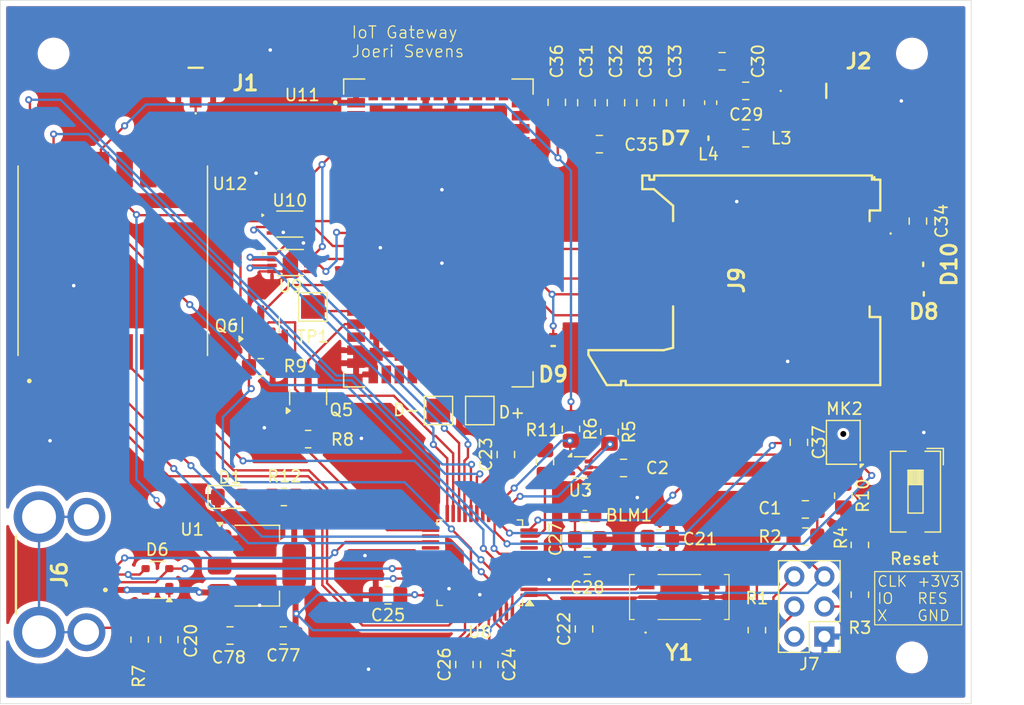
<source format=kicad_pcb>
(kicad_pcb (version 20240108) (generator "pcbnew") (generator_version "8.0")
  (layers (0 "F.Cu" signal) (31 "B.Cu" signal) (34 "B.Paste" user) (35 "F.Paste" user) (36 "B.SilkS" user "B.Silkscreen") (37 "F.SilkS" user "F.Silkscreen") (38 "B.Mask" user) (39 "F.Mask" user) (44 "Edge.Cuts" user))
  (net 0 "")
  (net 1 "Net-(U8-VDDANA)")
  (net 2 "+3V3")
  (net 3 "Net-(U8-~{RESET})")
  (net 4 "GND")
  (net 5 "Net-(D6-GND)")
  (net 6 "Net-(U8-PA01)")
  (net 7 "Net-(U8-PA00)")
  (net 8 "Net-(U8-VDDCORE)")
  (net 9 "Net-(C29-Pad1)")
  (net 10 "Net-(U11-ANT)")
  (net 11 "/SIM.V")
  (net 12 "USB_P")
  (net 13 "Net-(D1-A)")
  (net 14 "USB_N")
  (net 15 "Net-(D7-Pad2)")
  (net 16 "/SIM.CLK")
  (net 17 "/SIM.IO")
  (net 18 "/SIM.RST")
  (net 19 "USB_OTG")
  (net 20 "Net-(J7-Pin_4)")
  (net 21 "MIC_SD")
  (net 22 "MIC_SCK")
  (net 23 "MIC_WS")
  (net 24 "SRST")
  (net 25 "A_SRST")
  (net 26 "A_SPWR")
  (net 27 "SPWR")
  (net 28 "TMP_SDA")
  (net 29 "TMP_SCL")
  (net 30 "TMP_ALERT")
  (net 31 "Net-(U11-VUSB_DET)")
  (net 32 "Net-(U11-USB_D+)")
  (net 33 "Net-(U11-USB_D-)")
  (net 34 "LORA_MISO")
  (net 35 "LORA_SCK")
  (net 41 "LORA_D0")
  (net 42 "LORA_D1")
  (net 43 "LORA_MOSI")
  (net 46 "LORA_D2")
  (net 47 "A_RX")
  (net 49 "LORA_NSS")
  (net 51 "A_CTS")
  (net 52 "A_TX")
  (net 53 "A_RTS")
  (net 55 "LORA_RESET")
  (net 57 "SRXD")
  (net 58 "+1V8")
  (net 59 "SCTS")
  (net 60 "SRTS")
  (net 61 "STXD")
  (net 63 "DTR - GPIO1")
  (net 90 "Net-(J2-SIG)")
  (net 91 "Net-(J1-SIG)")
  (net 92 "Net-(SW1-B)")
  (net 93 "+5V")
  (net 94 "Net-(J7-Pin_6)")
  (net 95 "Net-(J7-Pin_3)")
  (footprint "Package_QFP:TQFP-48_7x7mm_P0.5mm" (layer "F.Cu") (at 123.5 103 180)
    (property "Reference" "U8")
    (property "Value" "ATSAMD21G18A-A")
  )
  (footprint "Sensor_Audio:InvenSense_ICS-43434-6_3.5x2.65mm" (layer "F.Cu") (at 154.2 92.836 180)
    (property "Reference" "MK2")
    (property "Value" "ICS-43434")
  )
  (footprint "Package_SO:VSSOP-8_2.3x2mm_P0.5mm" (layer "F.Cu") (at 107.5 77.65)
    (property "Reference" "U9")
    (property "Value" "74LVC2T45DC")
  )
  (footprint "Package_TO_SOT_SMD:SOT-143" (layer "F.Cu") (at 96.2725 104.45 180)
    (property "Reference" "D6")
    (property "Value" "PRTR5V0U2X")
  )
  (footprint "Capacitor_SMD:C_0805_2012Metric_Pad1.18x1.45mm_HandSolder" (layer "F.Cu") (at 160.5 74.15 90)
    (property "Reference" "C34")
    (property "Value" "100nF")
  )
  (footprint "Resistor_SMD:R_0805_2012Metric_Pad1.20x1.40mm_HandSolder" (layer "F.Cu") (at 94.7725 109.5 -90)
    (property "Reference" "R7")
    (property "Value" "1M2")
  )
  (footprint "Library:Antenna" (layer "F.Cu") (at 151.4625 63.15 -90)
    (property "Reference" "J2")
    (property "Value" "antenna" (hide yes))
  )
  (footprint "Capacitor_SMD:C_0603_1608Metric_Pad1.08x0.95mm_HandSolder" (layer "F.Cu") (at 132.3625 99.1 180)
    (property "Reference" "BLM1")
    (property "Value" "BLM18PG471")
  )
  (footprint "Capacitor_SMD:C_0805_2012Metric_Pad1.18x1.45mm_HandSolder" (layer "F.Cu") (at 106.9 109.15 180)
    (property "Reference" "C77")
    (property "Value" "47u")
  )
  (footprint "Capacitor_SMD:C_0805_2012Metric_Pad1.18x1.45mm_HandSolder" (layer "F.Cu") (at 135.6375 95)
    (property "Reference" "C2")
    (property "Value" "0.1u")
  )
  (footprint "Capacitor_SMD:C_0805_2012Metric_Pad1.18x1.45mm_HandSolder" (layer "F.Cu") (at 132.575 101.05)
    (property "Reference" "C27")
    (property "Value" "100nF")
  )
  (footprint "Library:XCVR_RFM95W-915S2" (layer "F.Cu") (at 92.5 77.5 90)
    (property "Reference" "U12")
    (property "Value" "RFM95W-915S2")
  )
  (footprint "Capacitor_SMD:C_0805_2012Metric_Pad1.18x1.45mm_HandSolder" (layer "F.Cu") (at 124.3 111.6 -90)
    (property "Reference" "C24")
    (property "Value" "100n")
  )
  (footprint "Package_TO_SOT_SMD:SOT-23" (layer "F.Cu") (at 105 82.9375 90)
    (property "Reference" "Q6")
    (property "Value" "2N7002")
  )
  (footprint "TestPoint:TestPoint_Pad_2.0x2.0mm" (layer "F.Cu") (at 123.5 90.15)
    (property "Reference" "D+")
    (property "Value" "TestPoint")
  )
  (footprint "Library:eigen_PESD0402-140" (layer "F.Cu") (at 160.95 77.8)
    (property "Reference" "D10")
    (property "Value" "PESD" (hide yes))
  )
  (footprint "Capacitor_SMD:C_0805_2012Metric_Pad1.18x1.45mm_HandSolder" (layer "F.Cu") (at 151 98.5 180)
    (property "Reference" "C1")
    (property "Value" "100n")
  )
  (footprint "Package_TO_SOT_SMD:SOT-563" (layer "F.Cu") (at 131.95 94.95)
    (property "Reference" "U3")
    (property "Value" "TMP102xxDRL")
  )
  (footprint "Library:SIM5051601800A" (layer "F.Cu") (at 145 79.15 -90)
    (property "Reference" "J9")
    (property "Value" "SIM_Card" (hide yes))
  )
  (footprint "LED_SMD:LED_0805_2012Metric_Pad1.15x1.40mm_HandSolder" (layer "F.Cu") (at 102.4 97.45)
    (property "Reference" "D1")
    (property "Value" "LED")
  )
  (footprint "Capacitor_SMD:C_0805_2012Metric_Pad1.18x1.45mm_HandSolder" (layer "F.Cu") (at 137.5 64.15 -90)
    (property "Reference" "C38")
    (property "Value" "100uF")
  )
  (footprint "Capacitor_SMD:C_0805_2012Metric_Pad1.18x1.45mm_HandSolder" (layer "F.Cu") (at 135 64.15 -90)
    (property "Reference" "C32")
    (property "Value" "68p")
  )
  (footprint "Resistor_SMD:R_0805_2012Metric_Pad1.20x1.40mm_HandSolder" (layer "F.Cu") (at 131.2 91.7 -90)
    (property "Reference" "R6")
    (property "Value" "5k")
  )
  (footprint "Library:eigen_PESD0402-140" (layer "F.Cu") (at 142.8125 67.15)
    (property "Reference" "D7")
    (property "Value" "PESD" (hide yes))
  )
  (footprint "Library:XCVR_SARA-R410M-02B" (layer "F.Cu") (at 120 75.15)
    (property "Reference" "U11")
    (property "Value" "SARA-R410M-02B")
  )
  (footprint "Package_TO_SOT_SMD:SOT-223-3_TabPin2" (layer "F.Cu") (at 104.6725 103.25)
    (property "Reference" "U1")
    (property "Value" "AMS1117-3.3")
  )
  (footprint "Capacitor_SMD:C_0805_2012Metric_Pad1.18x1.45mm_HandSolder" (layer "F.Cu") (at 102.4 109.15)
    (property "Reference" "C78")
    (property "Value" "10u")
  )
  (footprint "Library:Antenna" (layer "F.Cu") (at 99.5 62.5)
    (property "Reference" "J1")
    (property "Value" "antenna" (hide yes))
  )
  (footprint "Library:21344412" (layer "F.Cu") (at 86.2725 104 -90)
    (property "Reference" "J6")
    (property "Value" "USB_B_Micro" (hide yes))
  )
  (footprint "Capacitor_SMD:C_0805_2012Metric_Pad1.18x1.45mm_HandSolder" (layer "F.Cu") (at 122.2 111.6 90)
    (property "Reference" "C26")
    (property "Value" "1u")
  )
  (footprint "Capacitor_SMD:C_0805_2012Metric_Pad1.18x1.45mm_HandSolder" (layer "F.Cu") (at 143.9625 60.65)
    (property "Reference" "C30")
    (property "Value" "15p")
  )
  (footprint "Resistor_SMD:R_0805_2012Metric_Pad1.20x1.40mm_HandSolder" (layer "F.Cu") (at 151 100.8)
    (property "Reference" "R2")
    (property "Value" "10k")
  )
  (footprint "Capacitor_SMD:C_0805_2012Metric_Pad1.18x1.45mm_HandSolder" (layer "F.Cu") (at 132.575 103.25)
    (property "Reference" "C28")
    (property "Value" "4u7F")
  )
  (footprint "Capacitor_SMD:C_0805_2012Metric_Pad1.18x1.45mm_HandSolder" (layer "F.Cu") (at 150.44925 92.836 -90)
    (property "Reference" "C37")
    (property "Value" "0.1u" (hide yes))
  )
  (footprint "Capacitor_SMD:C_0805_2012Metric_Pad1.18x1.45mm_HandSolder" (layer "F.Cu") (at 130 64.1125 -90)
    (property "Reference" "C36")
    (property "Value" "10u")
  )
  (footprint "Capacitor_SMD:C_0805_2012Metric_Pad1.18x1.45mm_HandSolder" (layer "F.Cu") (at 132.5 64.15 -90)
    (property "Reference" "C31")
    (property "Value" "15p")
  )
  (footprint "Resistor_SMD:R_0805_2012Metric_Pad1.20x1.40mm_HandSolder" (layer "F.Cu") (at 155.6 105.7 90)
    (property "Reference" "R3")
    (property "Value" "39")
  )
  (footprint "MountingHole:MountingHole_2.2mm_M2" (layer "F.Cu") (at 87.5 60)
    (property "Reference" "REF**" (hide yes))
    (property "Value" "MountingHole_2.2mm_M2" (hide yes))
  )
  (footprint "Capacitor_SMD:C_0805_2012Metric_Pad1.18x1.45mm_HandSolder" (layer "F.Cu") (at 115.75 105.75 180)
    (property "Reference" "C25")
    (property "Value" "100n")
  )
  (footprint "Resistor_SMD:R_0805_2012Metric_Pad1.20x1.40mm_HandSolder" (layer "F.Cu") (at 106.95 97.45 180)
    (property "Reference" "R12")
    (property "Value" "1k")
  )
  (footprint "Capacitor_SMD:C_0805_2012Metric_Pad1.18x1.45mm_HandSolder" (layer "F.Cu") (at 97.2725 109.5 -90)
    (property "Reference" "C20")
    (property "Value" "4n7")
  )
  (footprint "Capacitor_SMD:C_0805_2012Metric_Pad1.18x1.45mm_HandSolder" (layer "F.Cu") (at 140 64.15 -90)
    (property "Reference" "C33")
    (property "Value" "10n")
  )
  (footprint "Resistor_SMD:R_0805_2012Metric_Pad1.20x1.40mm_HandSolder" (layer "F.Cu") (at 109 92.5625)
    (property "Reference" "R8")
    (property "Value" "1M2")
  )
  (footprint "Library:ABS2532768KHZT" (layer "F.Cu") (at 140.35 105.9)
    (property "Reference" "Y1")
    (property "Value" "ABS25-32.768KHZ-T" (hide yes))
  )
  (footprint "Capacitor_SMD:C_0603_1608Metric_Pad1.08x0.95mm_HandSolder" (layer "F.Cu") (at 143 64.15 90)
    (property "Reference" "L4")
    (property "Value" "39nH")
  )
  (footprint "Capacitor_SMD:C_0805_2012Metric_Pad1.18x1.45mm_HandSolder" (layer "F.Cu") (at 138.7 100.95 180)
    (property "Reference" "C21")
    (property "Value" "12.5pF")
  )
  (footprint "TestPoint:TestPoint_Pad_2.0x2.0mm" (layer "F.Cu") (at 109.4 81.4)
    (property "Reference" "TP1")
    (property "Value" "TestPoint")
  )
  (footprint "Resistor_SMD:R_0805_2012Metric_Pad1.20x1.40mm_HandSolder" (layer "F.Cu") (at 105 86.5)
    (property "Reference" "R9")
    (property "Value" "1M2")
  )
  (footprint "Resistor_SMD:R_0805_2012Metric_Pad1.20x1.40mm_HandSolder" (layer "F.Cu") (at 134.45 91.95 -90)
    (property "Reference" "R5")
    (property "Value" "5k")
  )
  (footprint "TestPoint:TestPoint_Pad_2.0x2.0mm" (layer "F.Cu") (at 120 90.15)
    (property "Reference" "D-")
    (property "Value" "TestPoint")
  )
  (footprint "Library:eigen_PESD0402-140" (layer "F.Cu") (at 161 80.3)
    (property "Reference" "D8")
    (property "Value" "PESD" (hide yes))
  )
  (footprint "Resistor_SMD:R_0805_2012Metric_Pad1.20x1.40mm_HandSolder" (layer "F.Cu") (at 129 94.5 -90)
    (property "Reference" "R11")
    (property "Value" "5k")
  )
  (footprint "Capacitor_SMD:C_0805_2012Metric_Pad1.18x1.45mm_HandSolder" (layer "F.Cu") (at 133.6 67.65 180)
    (property "Reference" "C35")
    (property "Value" "100n")
  )
  (footprint "Package_SO:VSSOP-8_2.3x2mm_P0.5mm" (layer "F.Cu") (at 107.45 74.4)
    (property "Reference" "U10")
    (property "Value" "74LVC2T45DC")
  )
  (footprint "Connector_PinHeader_2.54mm:PinHeader_2x03_P2.54mm_Vertical" (layer "F.Cu") (at 152.6 109.24 180)
    (property "Reference" "J7")
    (property "Value" "Conn_02x03")
  )
  (footprint "Capacitor_SMD:C_0805_2012Metric_Pad1.18x1.45mm_HandSolder" (layer "F.Cu") (at 145.9625 63.15)
    (property "Reference" "C29")
    (property "Value" "33p")
  )
  (footprint "Library:eigen_PESD0402-140" (layer "F.Cu") (at 129.7 84.7 -90)
    (property "Reference" "D9")
    (property "Value" "PESD" (hide yes))
  )
  (footprint "Capacitor_SMD:C_0805_2012Metric_Pad1.18x1.45mm_HandSolder" (layer "F.Cu") (at 132.3 108.6 90)
    (property "Reference" "C22")
    (property "Value" "12.5pF")
  )
  (footprint "Resistor_SMD:R_0805_2012Metric_Pad1.20x1.40mm_HandSolder" (layer "F.Cu") (at 154.2 97.336 -90)
    (property "Reference" "R10")
    (property "Value" "100K")
  )
  (footprint "Button_Switch_SMD:SW_DIP_SPSTx01_Slide_6.7x4.1mm_W6.73mm_P2.54mm_LowProfile_JPin" (layer "F.Cu") (at 160.3 97 -90)
    (property "Reference" "Reset")
    (property "Value" "SW_MEC_5G")
  )
  (footprint "Resistor_SMD:R_0805_2012Metric_Pad1.20x1.40mm_HandSolder" (layer "F.Cu") (at 146.9 108.7 -90)
    (property "Reference" "R1")
    (property "Value" "1k")
  )
  (footprint "Resistor_SMD:R_0805_2012Metric_Pad1.20x1.40mm_HandSolder" (layer "F.Cu") (at 155.6 101.5 90)
    (property "Reference" "R4")
    (property "Value" "330")
  )
  (footprint "MountingHole:MountingHole_2.2mm_M2" (layer "F.Cu") (at 160 111)
    (property "Reference" "REF**" (hide yes))
    (property "Value" "MountingHole_2.2mm_M2")
  )
  (footprint "Capacitor_SMD:C_0805_2012Metric_Pad1.18x1.45mm_HandSolder" (layer "F.Cu") (at 145.9625 67.15)
    (property "Reference" "L3")
    (property "Value" "68nH")
  )
  (footprint "Capacitor_SMD:C_0805_2012Metric_Pad1.18x1.45mm_HandSolder" (layer "F.Cu") (at 125.7 93.8625 90)
    (property "Reference" "C23")
    (property "Value" "100n")
  )
  (footprint "MountingHole:MountingHole_2.2mm_M2" (layer "F.Cu") (at 160 60)
    (property "Reference" "REF**" (hide yes))
    (property "Value" "MountingHole_2.2mm_M2")
  )
  (footprint "Package_TO_SOT_SMD:SOT-23" (layer "F.Cu") (at 109 89 90)
    (property "Reference" "Q5")
    (property "Value" "2N7002")
  )
  (gr_rect (start 156.85 103.75) (end 164.2 108.25) (stroke (width 0.1)) (fill none) (layer "F.SilkS"))
  (gr_rect (start 83 55.5) (end 165 114.9) (stroke (width 0.05)) (fill none) (layer "Edge.Cuts"))
  (gr_text "CLK	+3V3\nIO	RES\nX	GND" (at 157 108 0) (layer "F.SilkS") (effects (font (size 0.9 0.9) (thickness 0.1)) (justify left bottom)))
  (gr_text "IoT Gateway\nJoeri Sevens\n" (at 112.6 60.4 0) (layer "F.SilkS") (effects (font (size 1 1) (thickness 0.1)) (justify left bottom)))
  (segment (start 129.230761 103.25) (end 131.5375 103.25) (width 0.2) (layer "F.Cu") (net 1))
  (segment (start 131.4375 103.35) (end 131.5375 103.25) (width 0.2) (layer "F.Cu") (net 1))
  (segment (start 127.6625 103.25) (end 129.230761 103.25) (width 0.2) (layer "F.Cu") (net 1))
  (segment (start 131.5375 103.25) (end 131.5375 99.1375) (width 0.2) (layer "F.Cu") (net 1))
  (segment (start 131.5375 99.1375) (end 131.5 99.1) (width 0.2) (layer "F.Cu") (net 1))
  (segment (start 91.5 68.1) (end 93.5 66.1) (width 0.2) (layer "F.Cu") (net 2))
  (segment (start 107.8225 103.25) (end 101.5225 103.25) (width 0.5) (layer "F.Cu") (net 2))
  (segment (start 132.5625 65.25) (end 132.5 65.1875) (width 0.2) (layer "F.Cu") (net 2))
  (segment (start 138.7235 93.8735) (end 137.725 92.875) (width 0.2) (layer "F.Cu") (net 2))
  (segment (start 119.3375 105.75) (end 118.05 105.75) (width 0.2) (layer "F.Cu") (net 2))
  (segment (start 129 92.9) (end 131.2 90.7) (width 0.2) (layer "F.Cu") (net 2))
  (segment (start 126.95 64.15) (end 126.95 66.35) (width 0.2) (layer "F.Cu") (net 2))
  (segment (start 127.0125 65.1875) (end 126.95 65.25) (width 0.2) (layer "F.Cu") (net 2))
  (segment (start 124.25 96.3875) (end 125 95.6375) (width 0.2) (layer "F.Cu") (net 2))
  (segment (start 109 75.15) (end 108.1 75.15) (width 0.2) (layer "F.Cu") (net 2))
  (segment (start 140 65.1875) (end 127.0125 65.1875) (width 0.2) (layer "F.Cu") (net 2))
  (segment (start 130.1 68.8) (end 130 68.8) (width 0.2) (layer "F.Cu") (net 2))
  (segment (start 105.95 76.9) (end 106.35 76.9) (width 0.2) (layer "F.Cu") (net 2))
  (segment (start 130 65.15) (end 130.1 68.8) (width 0.2) (layer "F.Cu") (net 2))
  (segment (start 134.45 90.95) (end 135.8 90.95) (width 0.2) (layer "F.Cu") (net 2))
  (segment (start 118 105.7) (end 117.95 105.75) (width 0.2) (layer "F.Cu") (net 2))
  (segment (start 134.6 97.725) (end 133.225 99.1) (width 0.2) (layer "F.Cu") (net 2))
  (segment (start 108.1 75.15) (end 106.6 73.65) (width 0.2) (layer "F.Cu") (net 2))
  (segment (start 146.9 103.9) (end 150 100.8) (width 0.2) (layer "F.Cu") (net 2))
  (segment (start 106.35 76.9) (end 108.1 75.15) (width 0.2) (layer "F.Cu") (net 2))
  (segment (start 131.2 90.7) (end 131.2 89.4) (width 0.2) (layer "F.Cu") (net 2))
  (segment (start 94.5 73.6) (end 91.5 70.6) (width 0.2) (layer "F.Cu") (net 2))
  (segment (start 132.5625 67.65) (end 132.5625 65.25) (width 0.2) (layer "F.Cu") (net 2))
  (segment (start 129 93.5) (end 129 92.9) (width 0.2) (layer "F.Cu") (net 2))
  (segment (start 118.05 105.75) (end 118 105.7) (width 0.2) (layer "F.Cu") (net 2))
  (segment (start 91.5 69.8) (end 91.5 68.1) (width 0.2) (layer "F.Cu") (net 2))
  (segment (start 137.725 92.875) (end 136.4 91.55) (width 0.2) (layer "F.Cu") (net 2))
  (segment (start 150 101.56) (end 152.6 104.16) (width 0.2) (layer "F.Cu") (net 2))
  (segment (start 124.25 107.1625) (end 124.25 108.65) (width 0.2) (layer "F.Cu") (net 2))
  (segment (start 135.8 90.95) (end 136.4 91.55) (width 0.2) (layer "F.Cu") (net 2))
  (segment (start 107.9375 103.365) (end 107.8225 103.25) (width 0.2) (layer "F.Cu") (net 2))
  (segment (start 107.9375 109.15) (end 107.9375 103.365) (width 0.5) (layer "F.Cu") (net 2))
  (segment (start 127.1375 93.5) (end 125 95.6375) (width 0.2) (layer "F.Cu") (net 2))
  (segment (start 105.9 73.65) (end 94.55 73.65) (width 0.2) (layer "F.Cu") (net 2))
  (segment (start 124.25 108.65) (end 124.2 108.7) (width 0.2) (layer "F.Cu") (net 2))
  (segment (start 134.45 90.95) (end 131.45 90.95) (width 0.2) (layer "F.Cu") (net 2))
  (segment (start 150.77575 94.2) (end 153.3 94.2) (width 0.2) (layer "F.Cu") (net 2))
  (segment (start 150.44925 93.8735) (end 150.77575 94.2) (width 0.2) (layer "F.Cu") (net 2))
  (segment (start 96.199998 97.927498) (end 96.199998 97.7) (width 0.2) (layer "F.Cu") (net 2))
  (segment (start 124.3 108.8) (end 124.2 108.7) (width 0.2) (layer "F.Cu") (net 2))
  (segment (start 106.6 73.65) (end 105.9 73.65) (width 0.2) (layer "F.Cu") (net 2))
  (segment (start 134.4125 94.95) (end 134.45 94.9125) (width 0.2) (layer "F.Cu") (net 2))
  (segment (start 94.55 73.65) (end 94.5 73.6) (width 0.2) (layer "F.Cu") (net 2))
  (segment (start 91.5 70.6) (end 91.5 69.8) (width 0.2) (layer "F.Cu") (net 2))
  (segment (start 107.8225 97.5775) (end 107.95 97.45) (width 0.2) (layer "F.Cu") (net 2))
  (segment (start 107.8225 103.25) (end 107.8225 97.5775) (width 0.5) (layer "F.Cu") (net 2))
  (segment (start 132.7 94.95) (end 134.4125 94.95) (width 0.2) (layer "F.Cu") (net 2))
  (segment (start 146.9 107.7) (end 146.9 103.9) (width 0.2) (layer "F.Cu") (net 2))
  (segment (start 134.6 95) (end 134.6 97.725) (width 0.2) (layer "F.Cu") (net 2))
  (segment (start 124.3 110.5625) (end 124.3 108.8) (width 0.2) (layer "F.Cu") (net 2))
  (segment (start 136.4 93.35) (end 134.8375 94.9125) (width 0.2) (layer "F.Cu") (net 2))
  (segment (start 131.45 90.95) (end 131.2 90.7) (width 0.2) (layer "F.Cu") (net 2))
  (segment (start 117.95 105.75) (end 116.7875 105.75) (width 0.2) (layer "F.Cu") (net 2))
  (segment (start 124.25 98.8375) (end 124.25 96.3875) (width 0.2) (layer "F.Cu") (net 2))
  (segment (start 129 93.5) (end 127.1375 93.5) (width 0.2) (layer "F.Cu") (net 2))
  (segment (start 134.8375 94.9125) (end 134.45 94.9125) (width 0.2) (layer "F.Cu") (net 2))
  (segment (start 101.5225 103.25) (end 96.199998 97.927498) (width 0.2) (layer "F.Cu") (net 2))
  (segment (start 150.44925 93.8735) (end 138.7235 93.8735) (width 0.2) (layer "F.Cu") (net 2))
  (segment (start 150 100.8) (end 150 101.56) (width 0.2) (layer "F.Cu") (net 2))
  (segment (start 136.4 91.55) (end 136.4 93.35) (width 0.2) (layer "F.Cu") (net 2))
  (via (at 96.199998 97.7) (size 0.5) (drill 0.3) (layers "F.Cu" "B.Cu") (net 2))
  (via (at 130.1 68.8) (size 0.6) (drill 0.3) (layers "F.Cu" "B.Cu") (net 2))
  (via (at 93.5 66.1) (size 0.6) (drill 0.3) (layers "F.Cu" "B.Cu") (net 2))
  (via (at 94.5 73.6) (size 0.6) (drill 0.3) (layers "F.Cu" "B.Cu") (net 2))
  (via (at 108 107.3) (size 0.6) (drill 0.3) (layers "F.Cu" "B.Cu") (net 2))
  (via (at 124.2 108.7) (size 0.6) (drill 0.3) (layers "F.Cu" "B.Cu") (net 2))
  (via (at 118 105.7) (size 0.6) (drill 0.3) (layers "F.Cu" "B.Cu") (net 2))
  (via (at 131.2 89.4) (size 0.6) (drill 0.3) (layers "F.Cu" "B.Cu") (net 2))
  (segment (start 125.6 64.3) (end 95.3 64.3) (width 0.2) (layer "B.Cu") (net 2))
  (segment (start 94.5 96.000002) (end 96.199998 97.7) (width 0.2) (layer "B.Cu") (net 2))
  (segment (start 108.2 107.3) (end 109.8 105.7) (width 0.2) (layer "B.Cu") (net 2))
  (segment (start 95.3 64.3) (end 93.5 66.1) (width 0.2) (layer "B.Cu") (net 2))
  (segment (start 108 107.3) (end 107.9375 107.3) (width 0.2) (layer "B.Cu") (net 2))
  (segment (start 130.1 68.8) (end 125.6 64.3) (width 0.2) (layer "B.Cu") (net 2))
  (segment (start 151.21 105.55) (end 127.35 105.55) (width 0.2) (layer "B.Cu") (net 2))
  (segment (start 94.5 73.6) (end 94.5 96.000002) (width 0.2) (layer "B.Cu") (net 2))
  (segment (start 108 107.3) (end 108.2 107.3) (width 0.2) (layer "B.Cu") (net 2))
  (segment (start 152.6 104.16) (end 151.21 105.55) (width 0.2) (layer "B.Cu") (net 2))
  (segment (start 124.2 108.7) (end 109.4 108.7) (width 0.2) (layer "B.Cu") (net 2))
  (segment (start 109.4 108.7) (end 108 107.3) (width 0.2) (layer "B.Cu") (net 2))
  (segment (start 131.2 69.9) (end 130.1 68.8) (width 0.2) (layer "B.Cu") (net 2))
  (segment (start 131.2 89.4) (end 131.2 69.9) (width 0.2) (layer "B.Cu") (net 2))
  (segment (start 127.35 105.55) (end 124.2 108.7) (width 0.2) (layer "B.Cu") (net 2))
  (segment (start 109.8 105.7) (end 118 105.7) (width 0.2) (layer "B.Cu") (net 2))
  (segment (start 121.1 111.059744) (end 121.740256 111.7) (width 0.2) (layer "F.Cu") (net 3))
  (segment (start 121.1 110.016724) (end 121.1 111.059744) (width 0.2) (layer "F.Cu") (net 3))
  (segment (start 153.7 102.5) (end 152 100.8) (width 0.2) (layer "F.Cu") (net 3))
  (segment (start 153.8 111.7) (end 156.8 108.7) (width 0.2) (layer "F.Cu") (net 3))
  (segment (start 122.25 107.1625) (end 122.25 108.866724) (width 0.2) (layer "F.Cu") (net 3))
  (segment (start 122.25 108.866724) (end 121.1 110.016724) (width 0.2) (layer "F.Cu") (net 3))
  (segment (start 152 98.5375) (end 152.0375 98.5) (width 0.2) (layer "F.Cu") (net 3))
  (segment (start 155.6 102.5) (end 153.7 102.5) (width 0.2) (layer "F.Cu") (net 3))
  (segment (start 156.8 105.9) (end 155.6 104.7) (width 0.2) (layer "F.Cu") (net 3))
  (segment (start 152 100.8) (end 152 98.5375) (width 0.2) (layer "F.Cu") (net 3))
  (segment (start 121.740256 111.7) (end 153.8 111.7) (width 0.2) (layer "F.Cu") (net 3))
  (segment (start 155.6 104.7) (end 155.6 102.5) (width 0.2) (layer "F.Cu") (net 3))
  (segment (start 156.8 108.7) (end 156.8 105.9) (width 0.2) (layer "F.Cu") (net 3))
  (segment (start 114.7 68.55) (end 114.75 68.5) (width 0.2) (layer "F.Cu") (net 4))
  (segment (start 113.05 66.35) (end 110.55 66.35) (width 0.2) (layer "F.Cu") (net 4))
  (segment (start 127.6625 103.75) (end 128.677055 103.75) (width 0.2) (layer "F.Cu") (net 4))
  (segment (start 131.803172 94.95) (end 132.303172 95.45) (width 0.2) (layer "F.Cu") (net 4))
  (segment (start 114.75 68.5) (end 116.4 68.5) (width 0.2) (layer "F.Cu") (net 4))
  (segment (start 119.3375 105.25) (end 120.85 105.25) (width 0.2) (layer "F.Cu") (net 4))
  (segment (start 123.25 107.1625) (end 123.25 105.95) (width 0.2) (layer "F.Cu") (net 4))
  (segment (start 131.2 94.95) (end 131.803172 94.95) (width 0.2) (layer "F.Cu") (net 4))
  (segment (start 109.05 78.4) (end 105.95 78.4) (width 0.2) (layer "F.Cu") (net 4))
  (segment (start 123.25 105.95) (end 123.5 105.7) (width 0.2) (layer "F.Cu") (net 4))
  (segment (start 113.05 78.45) (end 114.5 78.45) (width 0.8) (layer "F.Cu") (net 4))
  (segment (start 114.5 87.1) (end 114.5 85.65) (width 0.7) (layer "F.Cu") (net 4))
  (segment (start 123.75 98.8375) (end 123.75 96.25) (width 0.2) (layer "F.Cu") (net 4))
  (segment (start 113.4 85.4) (end 113.05 85.05) (width 0.7) (layer "F.Cu") (net 4))
  (segment (start 114.5 78.45) (end 114.75 78.2) (width 0.7) (layer "F.Cu") (net 4))
  (segment (start 126.3 67.45) (end 125.25 68.5) (width 0.4) (layer "F.Cu") (net 4))
  (segment (start 105.95 78.4) (end 105.95 78.85) (width 0.2) (layer "F.Cu") (net 4))
  (segment (start 114.75 78.2) (end 114.75 76.75) (width 0.7) (layer "F.Cu") (net 4))
  (segment (start 155.1 93.378) (end 156.222 93.378) (width 0.2) (layer "F.Cu") (net 4))
  (segment (start 109.95 89.9375) (end 109.95 92.5125) (width 0.2) (layer "F.Cu") (net 4))
  (segment (start 123.75 96.25) (end 124.4 95.6) (width 0.2) (layer "F.Cu") (net 4))
  (segment (start 126.95 67.45) (end 126 67.45) (width 0.7) (layer "F.Cu") (net 4))
  (segment (start 114.5 85.65) (end 114.75 85.4) (width 0.2) (layer "F.Cu") (net 4))
  (segment (start 113.05 86.15) (end 114 86.15) (width 0.7) (layer "F.Cu") (net 4))
  (segment (start 132.7 95.45) (end 132.7 96.4) (width 0.2) (layer "F.Cu") (net 4))
  (segment (start 105.95 78.4) (end 104.9 78.4) (width 0.2) (layer "F.Cu") (net 4))
  (segment (start 116.4 68.5) (end 116.6 68.7) (width 0.2) (layer "F.Cu") (net 4))
  (segment (start 114.75 76.75) (end 115.1 76.4) (width 0.7) (layer "F.Cu") (net 4))
  (segment (start 132.303172 95.45) (end 132.7 95.45) (width 0.2) (layer "F.Cu") (net 4))
  (segment (start 114.4 66.35) (end 114.75 66.7) (width 0.2) (layer "F.Cu") (net 4))
  (segment (start 104.9 78.4) (end 104.8 78.5) (width 0.2) (layer "F.Cu") (net 4))
  (segment (start 120.85 105.25) (end 120.9 105.2) (width 0.2) (layer "F.Cu") (net 4))
  (segment (start 128.677055 103.75) (end 129.357648 104.430593) (width 0.2) (layer "F.Cu") (net 4))
  (segment (start 126 67.45) (end 125.25 66.7) (width 0.7) (layer "F.Cu") (net 4))
  (segment (start 156.222 93.378) (end 156.4 93.2) (width 0.2) (layer "F.Cu") (net 4))
  (segment (start 124.4 95.6) (end 124.4 94.3) (width 0.2) (layer "F.Cu") (net 4))
  (segment (start 105.95 83.875) (end 105.95 86.45) (width 0.2) (layer "F.Cu") (net 4))
  (segment (start 153.2985 91.7985) (end 153.6 92.1) (width 0.2) (layer "F.Cu") (net 4))
  (segment (start 105.9 75.15) (end 106.85 75.15) (width 0.2) (layer "F.Cu") (net 4))
  (segment (start 110.55 66.35) (end 110.5 66.3) (width 0.2) (layer "F.Cu") (net 4))
  (segment (start 124.4 94.3) (end 124.2 94.1) (width 0.2) (layer "F.Cu") (net 4))
  (segment (start 113.05 68.55) (end 114.7 68.55) (width 0.2) (layer "F.Cu") (net 4))
  (segment (start 105.95 78.85) (end 106 78.9) (width 0.2) (layer "F.Cu") (net 4))
  (segment (start 105.95 86.45) (end 106 86.5) (width 0.2) (layer "F.Cu") (net 4))
  (segment (start 126.95 67.45) (end 126.3 67.45) (width 0.2) (layer "F.Cu") (net 4))
  (segment (start 109.95 92.5125) (end 110 92.5625) (width 0.2) (layer "F.Cu") (net 4))
  (segment (start 113.05 66.35) (end 114.4 66.35) (width 0.2) (layer "F.Cu") (net 4))
  (segment (start 124.4 63.2) (end 125.5 63.2) (width 1) (layer "F.Cu") (net 4))
  (segment (start 151.2 91.7985) (end 153.2985 91.7985) (width 0.2) (layer "F.Cu") (net 4))
  (segment (start 114 86.15) (end 114.75 85.4) (width 0.7) (layer "F.Cu") (net 4))
  (segment (start 106.85 75.15) (end 106.9 75.1) (width 0.2) (layer "F.Cu") (net 4))
  (segment (start 114.75 85.4) (end 113.4 85.4) (width 0.7) (layer "F.Cu") (net 4))
  (via (at 136.8 97.5) (size 0.5) (drill 0.3) (layers "F.Cu" "B.Cu") (net 4))
  (via (at 159.1 64) (size 0.5) (drill 0.3) (layers "F.Cu" "B.Cu") (net 4))
  (via (at 87.2 92.7) (size 0.5) (drill 0.3) (layers "F.Cu" "B.Cu") (net 4))
  (via (at 149.5 86) (size 0.5) (drill 0.3) (layers "F.Cu" "B.Cu") (net 4))
  (via (at 120.3 77.7) (size 0.5) (drill 0.3) (layers "F.Cu" "B.Cu") (net 4))
  (via (at 104.9 106.6) (size 0.5) (drill 0.3) (layers "F.Cu" "B.Cu") (net 4))
  (via (at 123.5 105.7) (size 0.6) (drill 0.3) (layers "F.Cu" "B.Cu") (net 4))
  (via (at 132.7 97.2) (size 0.6) (drill 0.3) (layers "F.Cu" "B.Cu") (net 4))
  (via (at 114.1 112) (size 0.5) (drill 0.3) (layers "F.Cu" "B.Cu") (net 4))
  (via (at 161 92) (size 0.5) (drill 0.3) (layers "F.Cu" "B.Cu") (net 4))
  (via (at 115.1 76.4) (size 0.6) (drill 0.3) (layers "F.Cu" "B.Cu") (net 4))
  (via (at 89.2 79.6) (size 0.5) (drill 0.3) (layers "F.Cu" "B.Cu") (net 4))
  (via (at 129.357648 104.430593) (size 0.6) (drill 0.3) (layers "F.Cu" "B.Cu") (net 4))
  (via (at 113.8 102.4) (size 0.5) (drill 0.3) (layers "F.Cu" "B.Cu") (net 4))
  (via (at 120.3 71.5) (size 0.5) (drill 0.3) (layers "F.Cu" "B.Cu") (net 4))
  (via (at 105.3 91.6) (size 0.5) (drill 0.3) (layers "F.Cu" "B.Cu") (net 4))
  (via (at 104.6 70.1) (size 0.5) (drill 0.3) (layers "F.Cu" "B.Cu") (net 4))
  (via (at 145.2 72.5) (size 0.5) (drill 0.3) (layers "F.Cu" "B.Cu") (net 4))
  (via (at 120.9 105.2) (size 0.6) (drill 0.3) (layers "F.Cu" "B.Cu") (net 4))
  (via (at 105.8 59.7) (size 0.5) (drill 0.3) (layers "F.Cu" "B.Cu") (net 4))
  (via (at 113.5 92.5) (size 0.5) (drill 0.3) (layers "F.Cu" "B.Cu") (net 4))
  (via (at 106.9 75.1) (size 0.6) (drill 0.3) (layers "F.Cu" "B.Cu") (net 4))
  (via (at 102.871462 82.861413) (size 0.6) (drill 0.3) (layers "F.Cu" "B.Cu") (net 4))
  (via (at 108.6 76) (size 0.6) (drill 0.3) (layers "F.Cu" "B.Cu") (net 4))
  (segment (start 94.7725 108.5) (end 90.6475 108.5) (width 0.2) (layer "F.Cu") (net 5))
  (segment (start 90.6475 108.5) (end 90.2725 108.875) (width 0.2) (layer "F.Cu") (net 5))
  (segment (start 97.2725 105.2) (end 97.2725 108.4625) (width 0.2) (layer "F.Cu") (net 5))
  (segment (start 94.81 108.4625) (end 94.7725 108.5) (width 0.2) (layer "F.Cu") (net 5))
  (segment (start 97.2725 108.4625) (end 94.81 108.4625) (width 0.2) (layer "F.Cu") (net 5))
  (segment (start 86.2725 108.875) (end 90.2725 108.875) (width 0.2) (layer "B.Cu") (net 5))
  (segment (start 86.2725 99.125) (end 86.2725 108.875) (width 0.2) (layer "B.Cu") (net 5))
  (segment (start 90.2725 99.125) (end 86.2725 99.125) (width 0.2) (layer "B.Cu") (net 5))
  (segment (start 137.6625 100.95) (end 137.6625 104.2375) (width 0.2) (layer "F.Cu") (net 6))
  (segment (start 127.6625 105.25) (end 136.65 105.25) (width 0.2) (layer "F.Cu") (net 6))
  (segment (start 136.65 105.25) (end 137.6 104.3) (width 0.2) (layer "F.Cu") (net 6))
  (segment (start 137.6625 104.2375) (end 137.6 104.3) (width 0.2) (layer "F.Cu") (net 6))
  (segment (start 137.6125 107.5125) (end 137.6 107.5) (width 0.2) (layer "F.Cu") (net 7))
  (segment (start 129.15 105.75) (end 130.9 107.5) (width 0.2) (layer "F.Cu") (net 7))
  (segment (start 127.6625 105.75) (end 129.15 105.75) (width 0.2) (layer "F.Cu") (net 7))
  (segment (start 137.6 107.5) (end 130.9 107.5) (width 0.2) (layer "F.Cu") (net 7))
  (segment (start 122.2 109.48241) (end 123.75 107.93241) (width 0.2) (layer "F.Cu") (net 8))
  (segment (start 122.2 110.5625) (end 122.2 109.48241) (width 0.2) (layer "F.Cu") (net 8))
  (segment (start 123.75 107.93241) (end 123.75 107.1625) (width 0.2) (layer "F.Cu") (net 8))
  (segment (start 143 63.2875) (end 144.7875 63.2875) (width 0.2) (layer "F.Cu") (net 9))
  (segment (start 145 60.65) (end 145 63.075) (width 0.2) (layer "F.Cu") (net 9))
  (segment (start 145 63.075) (end 144.925 63.15) (width 0.2) (layer "F.Cu") (net 9))
  (segment (start 144.7875 63.2875) (end 144.925 63.15) (width 0.2) (layer "F.Cu") (net 9))
  (segment (start 142.925 60.65) (end 124.9 60.65) (width 0.2) (layer "F.Cu") (net 10))
  (segment (start 124.9 60.65) (end 123.3 62.25) (width 0.2) (layer "F.Cu") (net 10))
  (segment (start 123.3 62.25) (end 123.3 63.2) (width 0.2) (layer "F.Cu") (net 10))
  (segment (start 153.9 76.5) (end 155.15 75.25) (width 0.2) (layer "F.Cu") (net 11))
  (segment (start 126.95 77.35) (end 129.15 77.35) (width 0.2) (layer "F.Cu") (net 11))
  (segment (start 160.5 75.1875) (end 156.9875 75.1875) (width 0.2) (layer "F.Cu") (net 11))
  (segment (start 129.15 77.35) (end 130 76.5) (width 0.2) (layer "F.Cu") (net 11))
  (segment (start 156.9875 75.1875) (end 156.925 75.25) (width 0.2) (layer "F.Cu") (net 11))
  (segment (start 130 76.5) (end 153.9 76.5) (width 0.2) (layer "F.Cu") (net 11))
  (segment (start 155.15 75.25) (end 156.925 75.25) (width 0.2) (layer "F.Cu") (net 11))
  (segment (start 116.038331 104.2) (end 116.179791 104.34146) (width 0.2) (layer "F.Cu") (net 12))
  (segment (start 117.807146 104.34146) (end 116.179791 104.34146) (width 0.2) (layer "F.Cu") (net 12))
  (segment (start 119.3375 104.75) (end 118.215686 104.75) (width 0.2) (layer "F.Cu") (net 12))
  (segment (start 93.8 104) (end 94.7725 104) (width 0.2) (layer "F.Cu") (net 12))
  (segment (start 90.7225 104) (end 93.8 104) (width 0.2) (layer "F.Cu") (net 12))
  (segment (start 94.7725 104) (end 95.2725 103.5) (width 0.2) (layer "F.Cu") (net 12))
  (segment (start 118.215686 104.75) (end 117.807146 104.34146) (width 0.2) (layer "F.Cu") (net 12))
  (via (at 116.179791 104.34146) (size 0.6) (drill 0.3) (layers "F.Cu" "B.Cu") (net 12))
  (via (at 93.8 104) (size 0.6) (drill 0.3) (layers "F.Cu" "B.Cu") (net 12))
  (segment (start 94.14146 104.34146) (end 93.8 104) (width 0.2) (layer "B.Cu") (net 12))
  (segment (start 116.179791 104.34146) (end 94.14146 104.34146) (width 0.2) (layer "B.Cu") (net 12))
  (segment (start 105.95 97.45) (end 103.425 97.45) (width 0.2) (layer "F.Cu") (net 13))
  (segment (start 116.2 103.4) (end 116.099998 103.500002) (width 0.2) (layer "F.Cu") (net 14))
  (segment (start 97.2725 103.5) (end 98.6 103.5) (width 0.2) (layer "F.Cu") (net 14))
  (segment (start 119.3375 104.25) (end 118.56759 104.25) (width 0.2) (layer "F.Cu") (net 14))
  (segment (start 90.7225 104.65) (end 96.1225 104.65) (width 0.2) (layer "F.Cu") (net 14))
  (segment (start 117.817592 103.500002) (end 116.099998 103.500002) (width 0.2) (layer "F.Cu") (net 14))
  (segment (start 96.1225 104.65) (end 97.2725 103.5) (width 0.2) (layer "F.Cu") (net 14))
  (segment (start 116.1 103.4) (end 116.2 103.4) (width 0.2) (layer "F.Cu") (net 14))
  (segment (start 118.56759 104.25) (end 117.817592 103.500002) (width 0.2) (layer "F.Cu") (net 14))
  (via (at 98.6 103.5) (size 0.6) (drill 0.3) (layers "F.Cu" "B.Cu") (net 14))
  (via (at 116.099998 103.500002) (size 0.6) (drill 0.3) (layers "F.Cu" "B.Cu") (net 14))
  (segment (start 98.6 103.5) (end 116.099996 103.5) (width 0.2) (layer "B.Cu") (net 14))
  (segment (start 116.099996 103.5) (end 116.099998 103.500002) (width 0.2) (layer "B.Cu") (net 14))
  (segment (start 144.925 67.15) (end 143.4625 67.15) (width 0.2) (layer "F.Cu") (net 15))
  (segment (start 156.955 80.3) (end 156.925 80.33) (width 0.2) (layer "F.Cu") (net 16))
  (segment (start 128.35 80.65) (end 129.8 82.1) (width 0.2) (layer "F.Cu") (net 16))
  (segment (start 155.155 82.1) (end 156.925 80.33) (width 0.2) (layer "F.Cu") (net 16))
  (segment (start 126.95 80.65) (end 128.35 80.65) (width 0.2) (layer "F.Cu") (net 16))
  (segment (start 160.35 80.3) (end 156.955 80.3) (width 0.2) (layer "F.Cu") (net 16))
  (segment (start 129.8 82.1) (end 155.155 82.1) (width 0.2) (layer "F.Cu") (net 16))
  (segment (start 129.7 84.05) (end 129.7 83) (width 0.2) (layer "F.Cu") (net 17))
  (segment (start 128.82 79.55) (end 129.6 80.33) (width 0.2) (layer "F.Cu") (net 17))
  (segment (start 139.225 80.33) (end 129.6 80.33) (width 0.2) (layer "F.Cu") (net 17))
  (segment (start 126.95 79.55) (end 128.82 79.55) (width 0.2) (layer "F.Cu") (net 17))
  (via (at 129.7 83) (size 0.6) (drill 0.3) (layers "F.Cu" "B.Cu") (net 17))
  (via (at 129.6 80.33) (size 0.6) (drill 0.3) (layers "F.Cu" "B.Cu") (net 17))
  (segment (start 129.7 80.43) (end 129.6 80.33) (width 0.2) (layer "B.Cu") (net 17))
  (segment (start 129.7 83) (end 129.7 80.43) (width 0.2) (layer "B.Cu") (net 17))
  (segment (start 160.3 77.8) (end 156.935 77.8) (width 0.2) (layer "F.Cu") (net 18))
  (segment (start 156.935 77.8) (end 156.925 77.79) (width 0.2) (layer "F.Cu") (net 18))
  (segment (start 155.715 79) (end 156.925 77.79) (width 0.2) (layer "F.Cu") (net 18))
  (segment (start 127.85 78.45) (end 128.4 79) (width 0.2) (layer "F.Cu") (net 18))
  (segment (start 126.95 78.45) (end 127.85 78.45) (width 0.2) (layer "F.Cu") (net 18))
  (segment (start 128.4 79) (end 155.715 79) (width 0.2) (layer "F.Cu") (net 18))
  (segment (start 119.3375 101.25) (end 112.149992 101.25) (width 0.2) (layer "F.Cu") (net 19))
  (segment (start 112.149992 101.25) (end 111.249996 102.149996) (width 0.2) (layer "F.Cu") (net 19))
  (segment (start 90.7225 103.35) (end 92.750004 103.35) (width 0.2) (layer "F.Cu") (net 19))
  (segment (start 92.750004 103.35) (end 93.500002 102.600002) (width 0.2) (layer "F.Cu") (net 19))
  (via (at 93.500002 102.600002) (size 0.6) (drill 0.3) (layers "F.Cu" "B.Cu") (net 19))
  (via (at 111.249996 102.149996) (size 0.6) (drill 0.3) (layers "F.Cu" "B.Cu") (net 19))
  (segment (start 93.500004 102.6) (end 93.500002 102.600002) (width 0.2) (layer "B.Cu") (net 19))
  (segment (start 111.249996 102.149996) (end 110.799992 102.6) (width 0.2) (layer "B.Cu") (net 19))
  (segment (start 110.799992 102.6) (end 93.500004 102.6) (width 0.2) (layer "B.Cu") (net 19))
  (segment (start 150.06 107.24) (end 147.6 109.7) (width 0.2) (layer "F.Cu") (net 20))
  (segment (start 150.06 106.7) (end 150.06 107.24) (width 0.2) (layer "F.Cu") (net 20))
  (segment (start 124.75 107.998095) (end 128.051905 111.3) (width 0.2) (layer "F.Cu") (net 20))
  (segment (start 147.6 109.7) (end 146.9 109.7) (width 0.2) (layer "F.Cu") (net 20))
  (segment (start 128.051905 111.3) (end 144.6 111.3) (width 0.2) (layer "F.Cu") (net 20))
  (segment (start 146.2 109.7) (end 146.9 109.7) (width 0.2) (layer "F.Cu") (net 20))
  (segment (start 144.6 111.3) (end 146.2 109.7) (width 0.2) (layer "F.Cu") (net 20))
  (segment (start 124.75 107.1625) (end 124.75 107.998095) (width 0.2) (layer "F.Cu") (net 20))
  (segment (start 128.5 99.4125) (end 128.5 99.4) (width 0.2) (layer "F.Cu") (net 21))
  (segment (start 127.6625 100.25) (end 128.5 99.4125) (width 0.2) (layer "F.Cu") (net 21))
  (segment (start 154.2 94.2) (end 154.2 96.236) (width 0.2) (layer "F.Cu") (net 21))
  (segment (start 154.2 96.236) (end 154.2 96.336) (width 0.2) (layer "F.Cu") (net 21))
  (segment (start 140.764 96.336) (end 139.8 97.3) (width 0.2) (layer "F.Cu") (net 21))
  (segment (start 154.2 96.336) (end 140.764 96.336) (width 0.2) (layer "F.Cu") (net 21))
  (via (at 139.8 97.3) (size 0.6) (drill 0.3) (layers "F.Cu" "B.Cu") (net 21))
  (via (at 128.4 99.4) (size 0.6) (drill 0.3) (layers "F.Cu" "B.Cu") (net 21))
  (segment (start 128.4625 99.3375) (end 128.4 99.4) (width 0.2) (layer "B.Cu") (net 21))
  (segment (start 139.8 97.3) (end 137.7 99.4) (width 0.2) (layer "B.Cu") (net 21))
  (segment (start 137.7 99.4) (end 128.4 99.4) (width 0.2) (layer "B.Cu") (net 21))
  (segment (start 125.25 99.75) (end 126 100.5) (width 0.2) (layer "F.Cu") (net 22))
  (segment (start 153.3 93.378) (end 152.8205 92.8985) (width 0.2) (layer "F.Cu") (net 22))
  (segment (start 148.4015 92.8985) (end 148.2 93.1) (width 0.2) (layer "F.Cu") (net 22))
  (segment (start 152.8205 92.8985) (end 148.4015 92.8985) (width 0.2) (layer "F.Cu") (net 22))
  (segment (start 125.25 98.8375) (end 125.25 99.75) (width 0.2) (layer "F.Cu") (net 22))
  (via (at 148.2 93.1) (size 0.6) (drill 0.3) (layers "F.Cu" "B.Cu") (net 22))
  (via (at 126 100.5) (size 0.6) (drill 0.3) (layers "F.Cu" "B.Cu") (net 22))
  (segment (start 140.900002 100.5) (end 148.2 93.200002) (width 0.2) (layer "B.Cu") (net 22))
  (segment (start 126 100.5) (end 140.900002 100.5) (width 0.2) (layer "B.Cu") (net 22))
  (segment (start 148.2 93.200002) (end 148.2 93.1) (width 0.2) (layer "B.Cu") (net 22))
  (segment (start 156.600003 95.786753) (end 156.600003 95.636006) (width 0.2) (layer "F.Cu") (net 23))
  (segment (start 155.164 94.2) (end 156.6 95.636) (width 0.2) (layer "F.Cu") (net 23))
  (segment (start 124.75 98.8375) (end 124.75 100.35) (width 0.2) (layer "F.Cu") (net 23))
  (segment (start 155.1 94.2) (end 155.164 94.2) (width 0.2) (layer "F.Cu") (net 23))
  (segment (start 124.75 100.35) (end 125.8 101.4) (width 0.2) (layer "F.Cu") (net 23))
  (via (at 156.600003 95.636006) (size 0.6) (drill 0.3) (layers "F.Cu" "B.Cu") (net 23))
  (via (at 125.8 101.4) (size 0.6) (drill 0.3) (layers "F.Cu" "B.Cu") (net 23))
  (segment (start 150.836009 101.4) (end 156.600003 95.636006) (width 0.2) (layer "B.Cu") (net 23))
  (segment (start 125.8 101.4) (end 150.836009 101.4) (width 0.2) (layer "B.Cu") (net 23))
  (segment (start 113.05 82.85) (end 112.1 82.85) (width 0.2) (layer "F.Cu") (net 24))
  (segment (start 109 85.95) (end 109 88.0625) (width 0.2) (layer "F.Cu") (net 24))
  (segment (start 112.1 82.85) (end 109 85.95) (width 0.2) (layer "F.Cu") (net 24))
  (segment (start 108.05 89.9375) (end 108.05 92.5125) (width 0.2) (layer "F.Cu") (net 25))
  (segment (start 108.05 92.5125) (end 108 92.5625) (width 0.2) (layer "F.Cu") (net 25))
  (segment (start 108 92.5625) (end 115.6875 100.25) (width 0.2) (layer "F.Cu") (net 25))
  (segment (start 115.6875 100.25) (end 119.3375 100.25) (width 0.2) (layer "F.Cu") (net 25))
  (segment (start 122.75 101.8) (end 121.1 100.15) (width 0.2) (layer "F.Cu") (net 26))
  (segment (start 122.75 107.1625) (end 122.75 101.8) (width 0.2) (layer "F.Cu") (net 26))
  (segment (start 104 86.5) (end 104 88.1) (width 0.2) (layer "F.Cu") (net 26))
  (segment (start 104.05 83.875) (end 104.05 86.45) (width 0.2) (layer "F.Cu") (net 26))
  (segment (start 104.05 86.45) (end 104 86.5) (width 0.2) (layer "F.Cu") (net 26))
  (segment (start 104 88.1) (end 104.2 88.3) (width 0.2) (layer "F.Cu") (net 26))
  (via (at 121.1 100.15) (size 0.6) (drill 0.3) (layers "F.Cu" "B.Cu") (net 26))
  (via (at 104.2 88.3) (size 0.6) (drill 0.3) (layers "F.Cu" "B.Cu") (net 26))
  (segment (start 103 96.2) (end 117.15 96.2) (width 0.2) (layer "B.Cu") (net 26))
  (segment (start 101.8 90.7) (end 101.8 95) (width 0.2) (layer "B.Cu") (net 26))
  (segment (start 104.2 88.3) (end 101.8 90.7) (width 0.2) (layer "B.Cu") (net 26))
  (segment (start 101.8 95) (end 103 96.2) (width 0.2) (layer "B.Cu") (net 26))
  (segment (start 117.15 96.2) (end 121.1 100.15) (width 0.2) (layer "B.Cu") (net 26))
  (segment (start 113.05 79.55) (end 107.45 79.55) (width 0.2) (layer "F.Cu") (net 27))
  (segment (start 107.45 79.55) (end 105 82) (width 0.2) (layer "F.Cu") (net 27))
  (segment (start 134.5 93) (end 134.2 92.95) (width 0.2) (layer "F.Cu") (net 28))
  (segment (start 134.45 92.95) (end 134.5 93) (width 0.2) (layer "F.Cu") (net 28))
  (segment (start 126.8 97.4) (end 126.9 97.4) (width 0.2) (layer "F.Cu") (net 28))
  (segment (start 126.9 97.3) (end 126.8 97.4) (width 0.2) (layer "F.Cu") (net 28))
  (segment (start 126.25 97.95) (end 126.8 97.4) (width 0.2) (layer "F.Cu") (net 28))
  (segment (start 134.2 92.95) (end 132.7 94.45) (width 0.2) (layer "F.Cu") (net 28))
  (segment (start 126.9 97.4) (end 126.9 97.3) (width 0.2) (layer "F.Cu") (net 28))
  (segment (start 126.25 98.8375) (end 126.25 97.95) (width 0.2) (layer "F.Cu") (net 28))
  (via (at 134.5 93) (size 0.6) (drill 0.3) (layers "F.Cu" "B.Cu") (net 28))
  (via (at 126.9 97.4) (size 0.6) (drill 0.3) (layers "F.Cu" "B.Cu") (net 28))
  (segment (start 126.9 97.4) (end 130.1 97.4) (width 0.2) (layer "B.Cu") (net 28))
  (segment (start 130.1 97.4) (end 134.5 93) (width 0.2) (layer "B.Cu") (net 28))
  (segment (start 131.1 92.7) (end 131.2 94.45) (width 0.2) (layer "F.Cu") (net 29))
  (segment (start 125.75 98.8375) (end 125.75 97.35) (width 0.2) (layer "F.Cu") (net 29))
  (segment (start 131.2 92.7) (end 131.1 92.7) (width 0.2) (layer "F.Cu") (net 29))
  (segment (start 125.75 97.35) (end 126.4 96.7) (width 0.2) (layer "F.Cu") (net 29))
  (via (at 131.1 92.7) (size 0.6) (drill 0.3) (layers "F.Cu" "B.Cu") (net 29))
  (via (at 126.4 96.7) (size 0.6) (drill 0.3) (layers "F.Cu" "B.Cu") (net 29))
  (segment (start 130.4 92.7) (end 126.4 96.7) (width 0.2) (layer "B.Cu") (net 29))
  (segment (start 131.1 92.7) (end 130.4 92.7) (width 0.2) (layer "B.Cu") (net 29))
  (segment (start 128.43241 100.75) (end 127.6625 100.75) (width 0.2) (layer "F.Cu") (net 30))
  (segment (start 129 100.18241) (end 128.43241 100.75) (width 0.2) (layer "F.Cu") (net 30))
  (segment (start 129 95.5) (end 129 100.18241) (width 0.2) (layer "F.Cu") (net 30))
  (segment (start 131.2 95.45) (end 131.1 95.45) (width 0.2) (layer "F.Cu") (net 30))
  (segment (start 131.1 95.45) (end 131.05 95.5) (width 0.2) (layer "F.Cu") (net 30))
  (segment (start 131.05 95.5) (end 129 95.5) (width 0.2) (layer "F.Cu") (net 30))
  (segment (start 113.05 81.75) (end 109.75 81.75) (width 0.2) (layer "F.Cu") (net 31))
  (segment (start 109.75 81.75) (end 109.4 81.4) (width 0.2) (layer "F.Cu") (net 31))
  (segment (start 122.2 88.85) (end 123.5 90.15) (width 0.2) (layer "F.Cu") (net 32))
  (segment (start 122.2 87.1) (end 122.2 88.85) (width 0.2) (layer "F.Cu") (net 32))
  (segment (start 121.1 87.1) (end 121.1 89.05) (width 0.2) (layer "F.Cu") (net 33))
  (segment (start 121.1 89.05) (end 120 90.15) (width 0.2) (layer "F.Cu") (net 33))
  (segment (start 87.5 86) (end 97.2 95.7) (width 0.2) (layer "F.Cu") (net 34))
  (segment (start 110.2 104.9) (end 113.6 108.3) (width 0.2) (layer "F.Cu") (net 34))
  (segment (start 113.6 108.3) (end 120.88241 108.3) (width 0.2) (layer "F.Cu") (net 34))
  (segment (start 121.25 107.93241) (end 121.25 107.1625) (width 0.2) (layer "F.Cu") (net 34))
  (segment (start 109 95.7) (end 110.2 96.9) (width 0.2) (layer "F.Cu") (net 34))
  (segment (start 120.88241 108.3) (end 121.25 107.93241) (width 0.2) (layer "F.Cu") (net 34))
  (segment (start 87.5 85.2) (end 87.5 86) (width 0.2) (layer "F.Cu") (net 34))
  (segment (start 110.2 96.9) (end 110.2 104.9) (width 0.2) (layer "F.Cu") (net 34))
  (segment (start 97.2 95.7) (end 109 95.7) (width 0.2) (layer "F.Cu") (net 34))
  (segment (start 126.25 107.1625) (end 126.25 105.400003) (width 0.2) (layer "F.Cu") (net 35))
  (segment (start 91.5 85.2) (end 91.5 86.8) (width 0.2) (layer "F.Cu") (net 35))
  (segment (start 91.5 87.2) (end 91.5 86.8) (width 0.2) (layer "F.Cu") (net 35))
  (segment (start 99.1 94.8) (end 91.5 87.2) (width 0.2) (layer "F.Cu") (net 35))
  (segment (start 126.25 105.400003) (end 123.6 102.750003) (width 0.2) (layer "F.Cu") (net 35))
  (via (at 99.1 94.8) (size 0.6) (drill 0.3) (layers "F.Cu" "B.Cu") (net 35))
  (via (at 123.6 102.750003) (size 0.6) (drill 0.3) (layers "F.Cu" "B.Cu") (net 35))
  (segment (start 105.1 100.8) (end 121.649997 100.8) (width 0.2) (layer "B.Cu") (net 35))
  (segment (start 121.649997 100.8) (end 123.6 102.750003) (width 0.2) (layer "B.Cu") (net 35))
  (segment (start 99.1 94.8) (end 105.1 100.8) (width 0.2) (layer "B.Cu") (net 35))
  (segment (start 89.5 69.8) (end 89.5 71.7) (width 0.2) (layer "F.Cu") (net 41))
  (segment (start 125.149998 102.25) (end 124.699998 101.8) (width 0.2) (layer "F.Cu") (net 41))
  (segment (start 127.6625 102.25) (end 125.149998 102.25) (width 0.2) (layer "F.Cu") (net 41))
  (segment (start 89.5 71.7) (end 99 81.2) (width 0.2) (layer "F.Cu") (net 41))
  (via (at 99 81.2) (size 0.6) (drill 0.3) (layers "F.Cu" "B.Cu") (net 41))
  (via (at 124.699998 101.8) (size 0.6) (drill 0.3) (layers "F.Cu" "B.Cu") (net 41))
  (segment (start 124.699998 101.8) (end 124.699998 100.499998) (width 0.2) (layer "B.Cu") (net 41))
  (segment (start 112.2 88) (end 105.8 88) (width 0.2) (layer "B.Cu") (net 41))
  (segment (start 124.699998 100.499998) (end 112.2 88) (width 0.2) (layer "B.Cu") (net 41))
  (segment (start 105.8 88) (end 99 81.2) (width 0.2) (layer "B.Cu") (net 41))
  (segment (start 123.25 95.75) (end 123.5 95.5) (width 0.2) (layer "F.Cu") (net 42))
  (segment (start 123.25 98.8375) (end 123.25 95.75) (width 0.2) (layer "F.Cu") (net 42))
  (segment (start 87.5 69.8) (end 87.5 66.8) (width 0.2) (layer "F.Cu") (net 42))
  (via (at 87.5 66.8) (size 0.6) (drill 0.3) (layers "F.Cu" "B.Cu") (net 42))
  (via (at 123.5 95.5) (size 0.6) (drill 0.3) (layers "F.Cu" "B.Cu") (net 42))
  (segment (start 123.5 95.5) (end 120.573655 95.5) (width 0.2) (layer "B.Cu") (net 42))
  (segment (start 112.673655 87.6) (end 111.231372 87.6) (width 0.2) (layer "B.Cu") (net 42))
  (segment (start 111.231372 87.6) (end 90.431372 66.8) (width 0.2) (layer "B.Cu") (net 42))
  (segment (start 120.573655 95.5) (end 112.673655 87.6) (width 0.2) (layer "B.Cu") (net 42))
  (segment (start 90.431372 66.8) (end 87.5 66.8) (width 0.2) (layer "B.Cu") (net 42))
  (segment (start 89.5 85.2) (end 89.5 86.8) (width 0.2) (layer "F.Cu") (net 43))
  (segment (start 89.5 86.8) (end 89.5 86.9) (width 0.2) (layer "F.Cu") (net 43))
  (segment (start 89.5 86.8) (end 89.5 87) (width 0.2) (layer "F.Cu") (net 43))
  (segment (start 89.5 86.9) (end 91.9 89.3) (width 0.2) (layer "F.Cu") (net 43))
  (segment (start 125.75 105.88777) (end 123.625077 103.762847) (width 0.2) (layer "F.Cu") (net 43))
  (segment (start 125.75 107.1625) (end 125.75 105.88777) (width 0.2) (layer "F.Cu") (net 43))
  (segment (start 91.9 89.3) (end 97.65 95.05) (width 0.2) (layer "F.Cu") (net 43))
  (via (at 123.625077 103.762847) (size 0.6) (drill 0.3) (layers "F.Cu" "B.Cu") (net 43))
  (via (at 97.65 95.05) (size 0.6) (drill 0.3) (layers "F.Cu" "B.Cu") (net 43))
  (segment (start 103.95 101.35) (end 121.21223 101.35) (width 0.2) (layer "B.Cu") (net 43))
  (segment (start 97.65 95.05) (end 103.95 101.35) (width 0.2) (layer "B.Cu") (net 43))
  (segment (start 121.21223 101.35) (end 123.625077 103.762847) (width 0.2) (layer "B.Cu") (net 43))
  (segment (start 122.9 94.8) (end 122.8 94.7) (width 0.2) (layer "F.Cu") (net 46))
  (segment (start 122.75 98.8375) (end 122.75 94.75) (width 0.2) (layer "F.Cu") (net 46))
  (segment (start 85.5 69.8) (end 85.5 64) (width 0.2) (layer "F.Cu") (net 46))
  (segment (start 122.75 94.75) (end 122.8 94.7) (width 0.2) (layer "F.Cu") (net 46))
  (segment (start 85.5 64) (end 85.4 63.9) (width 0.2) (layer "F.Cu") (net 46))
  (via (at 85.4 63.9) (size 0.6) (drill 0.3) (layers "F.Cu" "B.Cu") (net 46))
  (via (at 122.8 94.7) (size 0.6) (drill 0.3) (layers "F.Cu" "B.Cu") (net 46))
  (segment (start 88.097058 63.9) (end 85.4 63.9) (width 0.2) (layer "B.Cu") (net 46))
  (segment (start 120.33934 94.7) (end 112.83934 87.2) (width 0.2) (layer "B.Cu") (net 46))
  (segment (start 112.83934 87.2) (end 111.397058 87.2) (width 0.2) (layer "B.Cu") (net 46))
  (segment (start 122.8 94.7) (end 120.33934 94.7) (width 0.2) (layer "B.Cu") (net 46))
  (segment (start 111.397058 87.2) (end 88.097058 63.9) (width 0.2) (layer "B.Cu") (net 46))
  (segment (start 104.3 77.4) (end 104.1 77.2) (width 0.2) (layer "F.Cu") (net 47))
  (segment (start 120.503124 91.650002) (end 121.75 92.896878) (width 0.2) (layer "F.Cu") (net 47))
  (segment (start 121.75 92.896878) (end 121.75 98.8375) (width 0.2) (layer "F.Cu") (net 47))
  (segment (start 105.95 77.4) (end 104.3 77.4) (width 0.2) (layer "F.Cu") (net 47))
  (via (at 104.1 77.2) (size 0.6) (drill 0.3) (layers "F.Cu" "B.Cu") (net 47))
  (via (at 120.503124 91.650002) (size 0.6) (drill 0.3) (layers "F.Cu" "B.Cu") (net 47))
  (segment (start 106.135537 77.2) (end 104.1 77.2) (width 0.2) (layer "B.Cu") (net 47))
  (segment (start 120.503124 91.567587) (end 106.135537 77.2) (width 0.2) (layer "B.Cu") (net 47))
  (segment (start 120.503124 91.650002) (end 120.503124 91.567587) (width 0.2) (layer "B.Cu") (net 47))
  (segment (start 110.6 104.734314) (end 113.415686 107.55) (width 0.2) (layer "F.Cu") (net 49))
  (segment (start 113.415686 107.55) (end 120.3625 107.55) (width 0.2) (layer "F.Cu") (net 49))
  (segment (start 93.5 86) (end 102.7 95.2) (width 0.2) (layer "F.Cu") (net 49))
  (segment (start 120.3625 107.55) (end 120.75 107.1625) (width 0.2) (layer "F.Cu") (net 49))
  (segment (start 102.7 95.2) (end 109.065686 95.2) (width 0.2) (layer "F.Cu") (net 49))
  (segment (start 110.6 96.734315) (end 110.6 104.734314) (width 0.2) (layer "F.Cu") (net 49))
  (segment (start 93.5 85.2) (end 93.5 86) (width 0.2) (layer "F.Cu") (net 49))
  (segment (start 109.065686 95.2) (end 110.6 96.734315) (width 0.2) (layer "F.Cu") (net 49))
  (segment (start 120.75 98.8375) (end 120.75 94.191421) (width 0.2) (layer "F.Cu") (net 51))
  (segment (start 105.95 77.9) (end 104.3 77.9) (width 0.2) (layer "F.Cu") (net 51))
  (segment (start 104.3 77.9) (end 104.09038 78.10962) (width 0.2) (layer "F.Cu") (net 51))
  (segment (start 120.75 94.191421) (end 119.57782 93.019241) (width 0.2) (layer "F.Cu") (net 51))
  (via (at 104.09038 78.10962) (size 0.6) (drill 0.3) (layers "F.Cu" "B.Cu") (net 51))
  (via (at 119.57782 93.019241) (size 0.6) (drill 0.3) (layers "F.Cu" "B.Cu") (net 51))
  (segment (start 104.09038 78.10962) (end 106.068286 78.10962) (width 0.2) (layer "B.Cu") (net 51))
  (segment (start 106.068286 78.10962) (end 119.57782 91.619154) (width 0.2) (layer "B.Cu") (net 51))
  (segment (start 119.57782 91.619154) (end 119.57782 93.019241) (width 0.2) (layer "B.Cu") (net 51))
  (segment (start 104.4 74.9) (end 104.65 74.65) (width 0.2) (layer "F.Cu") (net 52))
  (segment (start 122.497799 94.099115) (end 122.497799 93.006705) (width 0.2) (layer "F.Cu") (net 52))
  (segment (start 122.2 98.7875) (end 122.2 94.396914) (width 0.2) (layer "F.Cu") (net 52))
  (segment (start 122.2 94.396914) (end 122.497799 94.099115) (width 0.2) (layer "F.Cu") (net 52))
  (segment (start 122.25 98.8375) (end 122.2 98.7875) (width 0.2) (layer "F.Cu") (net 52))
  (segment (start 104.65 74.65) (end 105.9 74.65) (width 0.2) (layer "F.Cu") (net 52))
  (via (at 122.497799 93.006705) (size 0.6) (drill 0.3) (layers "F.Cu" "B.Cu") (net 52))
  (via (at 104.4 74.9) (size 0.6) (drill 0.3) (layers "F.Cu" "B.Cu") (net 52))
  (segment (start 104.4 74.9) (end 104.754777 74.9) (width 0.2) (layer "B.Cu") (net 52))
  (segment (start 104.754777 74.9) (end 122.497799 92.643022) (width 0.2) (layer "B.Cu") (net 52))
  (segment (start 122.497799 92.643022) (end 122.497799 93.006705) (width 0.2) (layer "B.Cu") (net 52))
  (segment (start 119.63502 92.299483) (end 119.777301 92.299483) (width 0.2) (layer "F.Cu") (net 53))
  (segment (start 109.340552 89.1) (end 109.540552 88.9) (width 0.2) (layer "F.Cu") (net 53))
  (segment (start 116.235537 88.9) (end 119.63502 92.299483) (width 0.2) (layer "F.Cu") (net 53))
  (segment (start 103.284314 81.662366) (end 104.659448 83.0375) (width 0.2) (layer "F.Cu") (net 53))
  (segment (start 107.9 82.7) (end 107.9 88.340552) (width 0.2) (layer "F.Cu") (net 53))
  (segment (start 119.777301 92.299483) (end 121.25 93.772182) (width 0.2) (layer "F.Cu") (net 53))
  (segment (start 104.659448 83.0375) (end 105.340552 83.0375) (width 0.2) (layer "F.Cu") (net 53))
  (segment (start 109.540552 88.9) (end 116.235537 88.9) (width 0.2) (layer "F.Cu") (net 53))
  (segment (start 105.678052 82.7) (end 107.9 82.7) (width 0.2) (layer "F.Cu") (net 53))
  (segment (start 105.340552 83.0375) (end 105.678052 82.7) (width 0.2) (layer "F.Cu") (net 53))
  (segment (start 107.9 88.340552) (end 108.659448 89.1) (width 0.2) (layer "F.Cu") (net 53))
  (segment (start 105.9 74.15) (end 103.284314 74.15) (width 0.2) (layer "F.Cu") (net 53))
  (segment (start 103.284314 74.15) (end 103.284314 81.662366) (width 0.2) (layer "F.Cu") (net 53))
  (segment (start 121.25 93.772182) (end 121.25 98.8375) (width 0.2) (layer "F.Cu") (net 53))
  (segment (start 108.659448 89.1) (end 109.340552 89.1) (width 0.2) (layer "F.Cu") (net 53))
  (segment (start 95.5 86.4) (end 103.500002 94.400002) (width 0.2) (layer "F.Cu") (net 55))
  (segment (start 127.6625 102.75) (end 124.749994 102.75) (width 0.2) (layer "F.Cu") (net 55))
  (segment (start 95.5 85.2) (end 95.5 86.4) (width 0.2) (layer "F.Cu") (net 55))
  (segment (start 124.749994 102.75) (end 123.799994 101.8) (width 0.2) (layer "F.Cu") (net 55))
  (via (at 123.799994 101.8) (size 0.6) (drill 0.3) (layers "F.Cu" "B.Cu") (net 55))
  (via (at 103.500002 94.400002) (size 0.6) (drill 0.3) (layers "F.Cu" "B.Cu") (net 55))
  (segment (start 117.986243 94.400002) (end 123.799994 100.213753) (width 0.2) (layer "B.Cu") (net 55))
  (segment (start 103.500002 94.400002) (end 117.986243 94.400002) (width 0.2) (layer "B.Cu") (net 55))
  (segment (start 123.799994 100.213753) (end 123.799994 101.8) (width 0.2) (layer "B.Cu") (net 55))
  (segment (start 113.05 77.35) (end 109.1 77.35) (width 0.2) (layer "F.Cu") (net 57))
  (segment (start 109.1 77.35) (end 109.05 77.4) (width 0.2) (layer "F.Cu") (net 57))
  (segment (start 109.05 76.9) (end 109.6 76.9) (width 0.2) (layer "F.Cu") (net 58))
  (segment (start 109.6 76.9) (end 110.2 76.3) (width 0.2) (layer "F.Cu") (net 58))
  (segment (start 109 70.55) (end 110.175 69.375) (width 0.2) (layer "F.Cu") (net 58))
  (segment (start 112.1 67.45) (end 110.175 69.375) (width 0.2) (layer "F.Cu") (net 58))
  (segment (start 113.05 67.45) (end 112.1 67.45) (width 0.2) (layer "F.Cu") (net 58))
  (segment (start 109 73.65) (end 109 70.55) (width 0.2) (layer "F.Cu") (net 58))
  (via (at 110.175 69.375) (size 0.6) (drill 0.3) (layers "F.Cu" "B.Cu") (net 58))
  (via (at 110.2 76.3) (size 0.6) (drill 0.3) (layers "F.Cu" "B.Cu") (net 58))
  (segment (start 110.2 69.4) (end 110.175 69.375) (width 0.2) (layer "B.Cu") (net 58))
  (segment (start 110.2 76.3) (end 110.2 69.4) (width 0.2) (layer "B.Cu") (net 58))
  (segment (start 110 77.9) (end 110.5 78.4) (width 0.2) (layer "F.Cu") (net 59))
  (segment (start 111.45 75.15) (end 111.4 75.1) (width 0.2) (layer "F.Cu") (net 59))
  (segment (start 113.05 75.15) (end 111.45 75.15) (width 0.2) (layer "F.Cu") (net 59))
  (segment (start 109.05 77.9) (end 110 77.9) (width 0.2) (layer "F.Cu") (net 59))
  (via (at 110.5 78.4) (size 0.6) (drill 0.3) (layers "F.Cu" "B.Cu") (net 59))
  (via (at 111.4 75.1) (size 0.6) (drill 0.3) (layers "F.Cu" "B.Cu") (net 59))
  (segment (start 111.4 77.5) (end 111.4 75.1) (width 0.2) (layer "B.Cu") (net 59))
  (segment (start 110.5 78.4) (end 111.4 77.5) (width 0.2) (layer "B.Cu") (net 59))
  (segment (start 112.95 74.15) (end 109 74.15) (width 0.2) (layer "F.Cu") (net 60))
  (segment (start 113.05 74.05) (end 112.95 74.15) (width 0.2) (layer "F.Cu") (net 60))
  (segment (start 111.084314 76.25) (end 109.484314 74.65) (width 0.2) (layer "F.Cu") (net 61))
  (segment (start 109.484314 74.65) (end 109 74.65) (width 0.2) (layer "F.Cu") (net 61))
  (segment (start 113.05 76.25) (end 111.084314 76.25) (width 0.2) (layer "F.Cu") (net 61))
  (segment (start 116.5 78.15) (end 114 80.65) (width 0.2) (layer "F.Cu") (net 63))
  (segment (start 113.05 72.95) (end 113.55 72.95) (width 0.2) (layer "F.Cu") (net 63))
  (segment (start 113.55 72.95) (end 116.5 75.9) (width 0.2) (layer "F.Cu") (net 63))
  (segment (start 114 80.65) (end 113.05 80.65) (width 0.2) (layer "F.Cu") (net 63))
  (segment (start 116.5 75.9) (end 116.5 78.15) (width 0.2) (layer "F.Cu") (net 63))
  (segment (start 147 67.15) (end 147 63.15) (width 0.2) (layer "F.Cu") (net 90))
  (segment (start 149.9375 63.15) (end 147 63.15) (width 0.2) (layer "F.Cu") (net 90))
  (segment (start 99.5 69.8) (end 99.5 64.025) (width 0.2) (layer "F.Cu") (net 91))
  (segment (start 155.6 100.5) (end 160.2 100.5) (width 0.2) (layer "F.Cu") (net 92))
  (segment (start 160.2 100.5) (end 160.3 100.6) (width 0.2) (layer "F.Cu") (net 92))
  (segment (start 93.7 105.3) (end 95.1725 105.3) (width 0.2) (layer "F.Cu") (net 93))
  (segment (start 95.1725 105.3) (end 95.2725 105.4) (width 0.2) (layer "F.Cu") (net 93))
  (segment (start 90.7225 105.3) (end 93.7 105.3) (width 0.5) (layer "F.Cu") (net 93))
  (segment (start 101.5225 105.55) (end 101.5225 108.99) (width 0.5) (layer "F.Cu") (net 93))
  (segment (start 99.8 105.5) (end 99.75 105.55) (width 0.2) (layer "F.Cu") (net 93))
  (segment (start 101.5225 105.55) (end 99.8 105.5) (width 0.5) (layer "F.Cu") (net 93))
  (segment (start 99.75 105.55) (end 99.7 105.5) (width 0.2) (layer "F.Cu") (net 93))
  (segment (start 101.5225 108.99) (end 101.3625 109.15) (width 0.2) (layer "F.Cu") (net 93))
  (via (at 93.7 105.3) (size 0.6) (drill 0.3) (layers "F.Cu" "B.Cu") (net 93))
  (via (at 99.8 105.5) (size 0.6) (drill 0.3) (layers "F.Cu" "B.Cu") (net 93))
  (segment (start 99.6 105.3) (end 99.8 105.5) (width 0.2) (layer "B.Cu") (net 93))
  (segment (start 93.7 105.3) (end 99.6 105.3) (width 0.5) (layer "B.Cu") (net 93))
  (segment (start 125.25 107.932409) (end 128.21759 110.9) (width 0.2) (layer "F.Cu") (net 94))
  (segment (start 147.6 108.7) (end 148.3 108) (width 0.2) (layer "F.Cu") (net 94))
  (segment (start 125.25 107.1625) (end 125.25 107.932409) (width 0.2) (layer "F.Cu") (net 94))
  (segment (start 148.3 108) (end 148.3 105.92) (width 0.2) (layer "F.Cu") (net 94))
  (segment (start 148.3 105.92) (end 150.06 104.16) (width 0.2) (layer "F.Cu") (net 94))
  (segment (start 145.52 108.7) (end 147.6 108.7) (width 0.2) (layer "F.Cu") (net 94))
  (segment (start 143.32 110.9) (end 145.52 108.7) (width 0.2) (layer "F.Cu") (net 94))
  (segment (start 128.21759 110.9) (end 143.32 110.9) (width 0.2) (layer "F.Cu") (net 94))
  (segment (start 155.6 106.7) (end 152.6 106.7) (width 0.2) (layer "F.Cu") (net 95))
  (zone (net 4) (net_name "GND") (layers "F&B.Cu") (connect_pads (clearance 0.5)) (min_thickness 0.25) (fill yes (thermal_gap 0.5) (thermal_bridge_width 0.5))
    (polygon (pts (xy 83 55.5) (xy 165 55.5) (xy 165 114.9) (xy 83 114.9)))
  )
)
</source>
